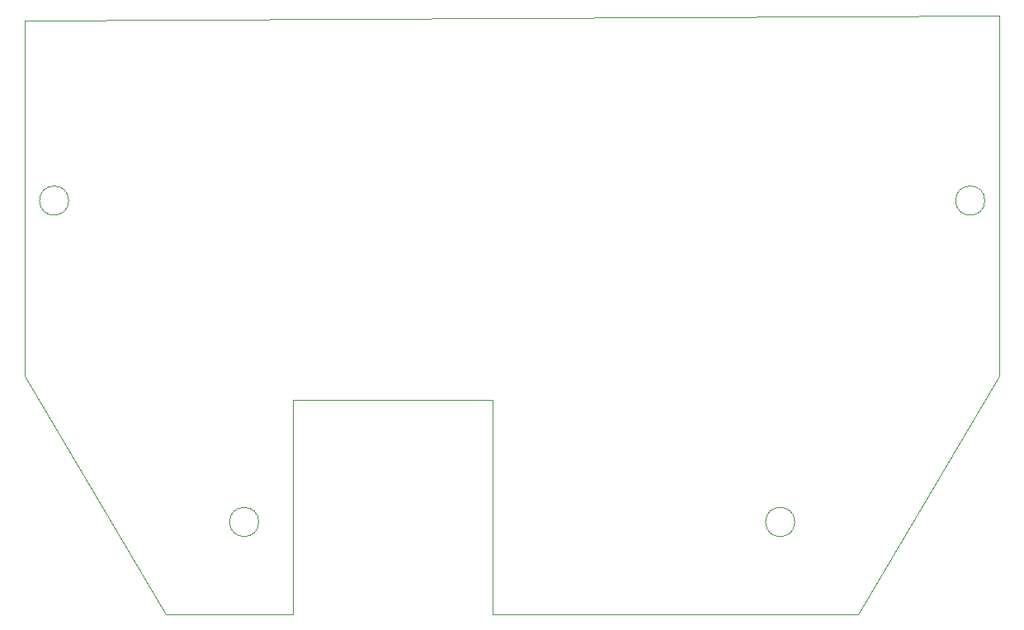
<source format=gbr>
%TF.GenerationSoftware,KiCad,Pcbnew,(6.0.9)*%
%TF.CreationDate,2023-02-05T16:32:41+11:00*%
%TF.ProjectId,RemoteController001,52656d6f-7465-4436-9f6e-74726f6c6c65,rev?*%
%TF.SameCoordinates,Original*%
%TF.FileFunction,Profile,NP*%
%FSLAX46Y46*%
G04 Gerber Fmt 4.6, Leading zero omitted, Abs format (unit mm)*
G04 Created by KiCad (PCBNEW (6.0.9)) date 2023-02-05 16:32:41*
%MOMM*%
%LPD*%
G01*
G04 APERTURE LIST*
%TA.AperFunction,Profile*%
%ADD10C,0.100000*%
%TD*%
G04 APERTURE END LIST*
D10*
X210000000Y-89000000D02*
G75*
G03*
X210000000Y-89000000I-1500000J0D01*
G01*
X116000000Y-89000000D02*
G75*
G03*
X116000000Y-89000000I-1500000J0D01*
G01*
X135500000Y-122000000D02*
G75*
G03*
X135500000Y-122000000I-1500000J0D01*
G01*
X190500000Y-122000000D02*
G75*
G03*
X190500000Y-122000000I-1500000J0D01*
G01*
X111500000Y-70500000D02*
X111500000Y-107000000D01*
X111500000Y-107000000D02*
X126000000Y-131500000D01*
X159500000Y-131500000D02*
X197000000Y-131500000D01*
X126000000Y-131500000D02*
X139000000Y-131500000D01*
X111500000Y-70500000D02*
X211500000Y-70000000D01*
X139000000Y-109500000D02*
X159500000Y-109500000D01*
X159500000Y-109500000D02*
X159500000Y-131500000D01*
X197000000Y-131500000D02*
X211500000Y-107000000D01*
X211500000Y-70000000D02*
X211500000Y-107000000D01*
X139000000Y-131500000D02*
X139000000Y-109500000D01*
M02*

</source>
